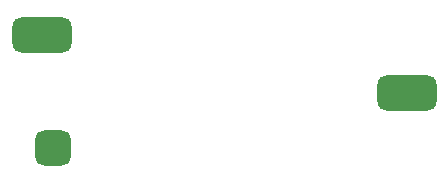
<source format=gtp>
G04*
G04 #@! TF.GenerationSoftware,Altium Limited,Altium Designer,19.1.9 (167)*
G04*
G04 Layer_Color=8421504*
%FSAX25Y25*%
%MOIN*%
G70*
G01*
G75*
G04:AMPARAMS|DCode=12|XSize=118.11mil|YSize=118.11mil|CornerRadius=29.53mil|HoleSize=0mil|Usage=FLASHONLY|Rotation=90.000|XOffset=0mil|YOffset=0mil|HoleType=Round|Shape=RoundedRectangle|*
%AMROUNDEDRECTD12*
21,1,0.11811,0.05906,0,0,90.0*
21,1,0.05906,0.11811,0,0,90.0*
1,1,0.05906,0.02953,0.02953*
1,1,0.05906,0.02953,-0.02953*
1,1,0.05906,-0.02953,-0.02953*
1,1,0.05906,-0.02953,0.02953*
%
%ADD12ROUNDEDRECTD12*%
G04:AMPARAMS|DCode=13|XSize=118.11mil|YSize=196.85mil|CornerRadius=29.53mil|HoleSize=0mil|Usage=FLASHONLY|Rotation=90.000|XOffset=0mil|YOffset=0mil|HoleType=Round|Shape=RoundedRectangle|*
%AMROUNDEDRECTD13*
21,1,0.11811,0.13780,0,0,90.0*
21,1,0.05906,0.19685,0,0,90.0*
1,1,0.05906,0.06890,0.02953*
1,1,0.05906,0.06890,-0.02953*
1,1,0.05906,-0.06890,-0.02953*
1,1,0.05906,-0.06890,0.02953*
%
%ADD13ROUNDEDRECTD13*%
D12*
X0728800Y3195960D02*
D03*
D13*
X0724863Y3233677D02*
D03*
X0846595Y3214425D02*
D03*
M02*

</source>
